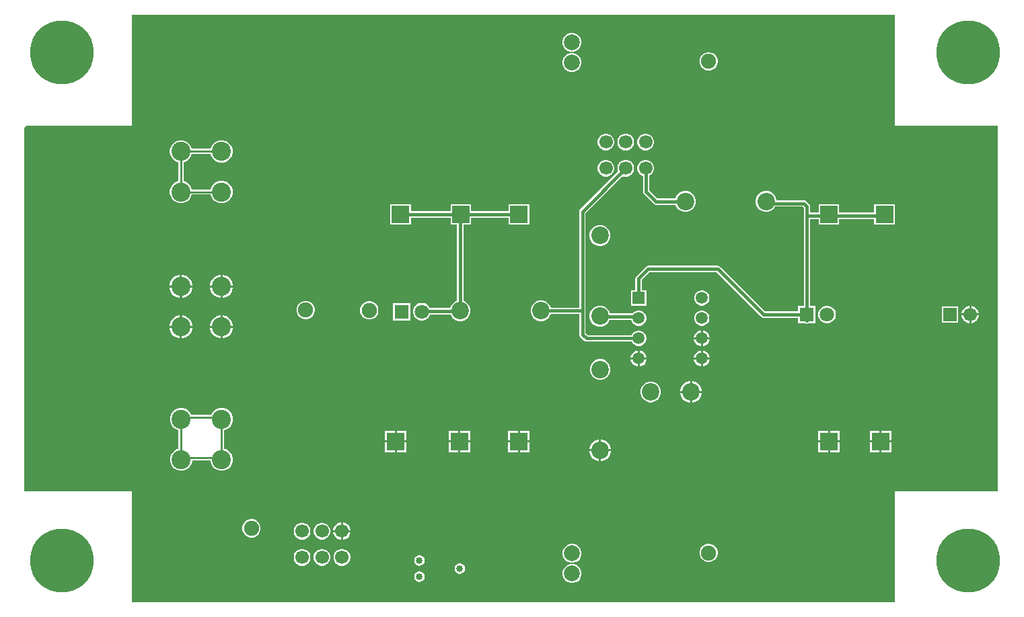
<source format=gbr>
G04*
G04 #@! TF.GenerationSoftware,Altium Limited,Altium Designer,24.1.2 (44)*
G04*
G04 Layer_Physical_Order=1*
G04 Layer_Color=13278208*
%FSLAX44Y44*%
%MOMM*%
G71*
G04*
G04 #@! TF.SameCoordinates,10F89063-6A89-4F28-B77B-1E7584C9D983*
G04*
G04*
G04 #@! TF.FilePolarity,Positive*
G04*
G01*
G75*
%ADD16C,0.2540*%
%ADD29C,0.8500*%
%ADD34C,0.4000*%
%ADD35C,1.9000*%
%ADD36C,2.0000*%
%ADD37C,1.8000*%
%ADD38R,1.8000X1.8000*%
%ADD39C,1.7000*%
%ADD40R,1.5000X1.5000*%
%ADD41C,1.5000*%
%ADD42C,2.4000*%
%ADD43C,8.0000*%
%ADD44R,1.7000X1.7000*%
%ADD45C,2.1996*%
%ADD46R,2.2000X2.2000*%
%ADD47R,2.2000X2.2000*%
%ADD48C,2.2000*%
%ADD49C,1.0000*%
G36*
X1127500Y627500D02*
X1257500D01*
Y167500D01*
X1127500D01*
Y27500D01*
X167500D01*
Y167500D01*
X32500D01*
Y625000D01*
X35000Y627500D01*
X167500D01*
Y767500D01*
X1127500D01*
Y627500D01*
D02*
G37*
%LPC*%
G36*
X722920Y744950D02*
X719760D01*
X716708Y744132D01*
X713972Y742552D01*
X711738Y740318D01*
X710158Y737582D01*
X709340Y734530D01*
Y731370D01*
X710158Y728318D01*
X711738Y725582D01*
X713972Y723348D01*
X716708Y721768D01*
X719760Y720950D01*
X722920D01*
X725972Y721768D01*
X728708Y723348D01*
X730943Y725582D01*
X732522Y728318D01*
X733340Y731370D01*
Y734530D01*
X732522Y737582D01*
X730943Y740318D01*
X728708Y742552D01*
X725972Y744132D01*
X722920Y744950D01*
D02*
G37*
G36*
X895014Y720500D02*
X891986D01*
X889061Y719716D01*
X886439Y718202D01*
X884298Y716061D01*
X882784Y713439D01*
X882000Y710514D01*
Y707486D01*
X882784Y704561D01*
X884298Y701939D01*
X886439Y699798D01*
X889061Y698284D01*
X891986Y697500D01*
X895014D01*
X897939Y698284D01*
X900561Y699798D01*
X902702Y701939D01*
X904216Y704561D01*
X905000Y707486D01*
Y710514D01*
X904216Y713439D01*
X902702Y716061D01*
X900561Y718202D01*
X897939Y719716D01*
X895014Y720500D01*
D02*
G37*
G36*
X722920Y719550D02*
X719760D01*
X716708Y718732D01*
X713972Y717152D01*
X711738Y714918D01*
X710158Y712182D01*
X709340Y709130D01*
Y705970D01*
X710158Y702918D01*
X711738Y700182D01*
X713972Y697948D01*
X716708Y696368D01*
X719760Y695550D01*
X722920D01*
X725972Y696368D01*
X728708Y697948D01*
X730943Y700182D01*
X732522Y702918D01*
X733340Y705970D01*
Y709130D01*
X732522Y712182D01*
X730943Y714918D01*
X728708Y717152D01*
X725972Y718732D01*
X722920Y719550D01*
D02*
G37*
G36*
X282343Y609500D02*
X278657D01*
X275096Y608546D01*
X271904Y606703D01*
X269297Y604096D01*
X267454Y600904D01*
X266900Y598834D01*
X243100D01*
X242546Y600904D01*
X240703Y604096D01*
X238096Y606703D01*
X234904Y608546D01*
X231343Y609500D01*
X227657D01*
X224096Y608546D01*
X220904Y606703D01*
X218297Y604096D01*
X216454Y600904D01*
X215500Y597343D01*
Y593657D01*
X216454Y590096D01*
X218297Y586904D01*
X220904Y584297D01*
X224096Y582454D01*
X226166Y581899D01*
Y558101D01*
X224096Y557546D01*
X220904Y555703D01*
X218297Y553096D01*
X216454Y549904D01*
X215500Y546343D01*
Y542657D01*
X216454Y539096D01*
X218297Y535904D01*
X220904Y533297D01*
X224096Y531454D01*
X227657Y530500D01*
X231343D01*
X234904Y531454D01*
X238096Y533297D01*
X240703Y535904D01*
X242546Y539096D01*
X243100Y541166D01*
X266900D01*
X267454Y539096D01*
X269297Y535904D01*
X271904Y533297D01*
X275096Y531454D01*
X278657Y530500D01*
X282343D01*
X285904Y531454D01*
X289096Y533297D01*
X291703Y535904D01*
X293546Y539096D01*
X294500Y542657D01*
Y546343D01*
X293546Y549904D01*
X291703Y553096D01*
X289096Y555703D01*
X285904Y557546D01*
X282343Y558500D01*
X278657D01*
X275096Y557546D01*
X271904Y555703D01*
X269297Y553096D01*
X267454Y549904D01*
X266900Y547834D01*
X243100D01*
X242546Y549904D01*
X240703Y553096D01*
X238096Y555703D01*
X234904Y557546D01*
X232834Y558101D01*
Y581899D01*
X234904Y582454D01*
X238096Y584297D01*
X240703Y586904D01*
X242546Y590096D01*
X243100Y592166D01*
X266900D01*
X267454Y590096D01*
X269297Y586904D01*
X271904Y584297D01*
X275096Y582454D01*
X278657Y581500D01*
X282343D01*
X285904Y582454D01*
X289096Y584297D01*
X291703Y586904D01*
X293546Y590096D01*
X294500Y593657D01*
Y597343D01*
X293546Y600904D01*
X291703Y604096D01*
X289096Y606703D01*
X285904Y608546D01*
X282343Y609500D01*
D02*
G37*
G36*
X815632Y617750D02*
X812868D01*
X810197Y617034D01*
X807803Y615652D01*
X805848Y613697D01*
X804466Y611303D01*
X803750Y608632D01*
Y605868D01*
X804466Y603197D01*
X805848Y600803D01*
X807803Y598848D01*
X810197Y597466D01*
X812868Y596750D01*
X815632D01*
X818303Y597466D01*
X820697Y598848D01*
X822652Y600803D01*
X824034Y603197D01*
X824750Y605868D01*
Y608632D01*
X824034Y611303D01*
X822652Y613697D01*
X820697Y615652D01*
X818303Y617034D01*
X815632Y617750D01*
D02*
G37*
G36*
X790632D02*
X787868D01*
X785197Y617034D01*
X782803Y615652D01*
X780848Y613697D01*
X779466Y611303D01*
X778750Y608632D01*
Y605868D01*
X779466Y603197D01*
X780848Y600803D01*
X782803Y598848D01*
X785197Y597466D01*
X787868Y596750D01*
X790632D01*
X793303Y597466D01*
X795697Y598848D01*
X797652Y600803D01*
X799034Y603197D01*
X799750Y605868D01*
Y608632D01*
X799034Y611303D01*
X797652Y613697D01*
X795697Y615652D01*
X793303Y617034D01*
X790632Y617750D01*
D02*
G37*
G36*
X765632D02*
X762868D01*
X760197Y617034D01*
X757803Y615652D01*
X755848Y613697D01*
X754466Y611303D01*
X753750Y608632D01*
Y605868D01*
X754466Y603197D01*
X755848Y600803D01*
X757803Y598848D01*
X760197Y597466D01*
X762868Y596750D01*
X765632D01*
X768303Y597466D01*
X770697Y598848D01*
X772652Y600803D01*
X774034Y603197D01*
X774750Y605868D01*
Y608632D01*
X774034Y611303D01*
X772652Y613697D01*
X770697Y615652D01*
X768303Y617034D01*
X765632Y617750D01*
D02*
G37*
G36*
X790632Y584750D02*
X787868D01*
X785197Y584034D01*
X782803Y582652D01*
X780848Y580697D01*
X779466Y578303D01*
X778750Y575632D01*
Y572868D01*
X779458Y570226D01*
X731866Y522634D01*
X730982Y521311D01*
X730931Y521052D01*
X730672Y519750D01*
X730672Y519750D01*
Y398828D01*
X694914D01*
X694662Y399767D01*
X692951Y402731D01*
X690531Y405151D01*
X687567Y406862D01*
X684261Y407748D01*
X680839D01*
X677533Y406862D01*
X674569Y405151D01*
X672149Y402731D01*
X670438Y399767D01*
X669552Y396461D01*
Y393039D01*
X670438Y389733D01*
X672149Y386769D01*
X674569Y384349D01*
X677533Y382638D01*
X680839Y381752D01*
X684261D01*
X687567Y382638D01*
X690531Y384349D01*
X692951Y386769D01*
X694662Y389733D01*
X694914Y390672D01*
X730672D01*
Y365000D01*
X730672Y365000D01*
X730931Y363698D01*
X730982Y363439D01*
X731866Y362116D01*
X736816Y357166D01*
X736816Y357166D01*
X738139Y356282D01*
X738398Y356231D01*
X739700Y355972D01*
X739700Y355972D01*
X796935D01*
X797948Y354217D01*
X799717Y352448D01*
X801883Y351197D01*
X804299Y350550D01*
X806801D01*
X809217Y351197D01*
X811383Y352448D01*
X813152Y354217D01*
X814403Y356383D01*
X815050Y358799D01*
Y361301D01*
X814403Y363717D01*
X813152Y365883D01*
X811383Y367652D01*
X809217Y368903D01*
X806801Y369550D01*
X804299D01*
X801883Y368903D01*
X799717Y367652D01*
X797948Y365883D01*
X796935Y364128D01*
X741389D01*
X738828Y366689D01*
Y394750D01*
Y518061D01*
X785226Y564458D01*
X787868Y563750D01*
X790632D01*
X793303Y564466D01*
X795697Y565848D01*
X797652Y567803D01*
X799034Y570197D01*
X799750Y572868D01*
Y575632D01*
X799034Y578303D01*
X797652Y580697D01*
X795697Y582652D01*
X793303Y584034D01*
X790632Y584750D01*
D02*
G37*
G36*
X765632D02*
X762868D01*
X760197Y584034D01*
X757803Y582652D01*
X755848Y580697D01*
X754466Y578303D01*
X753750Y575632D01*
Y572868D01*
X754466Y570197D01*
X755848Y567803D01*
X757803Y565848D01*
X760197Y564466D01*
X762868Y563750D01*
X765632D01*
X768303Y564466D01*
X770697Y565848D01*
X772652Y567803D01*
X774034Y570197D01*
X774750Y572868D01*
Y575632D01*
X774034Y578303D01*
X772652Y580697D01*
X770697Y582652D01*
X768303Y584034D01*
X765632Y584750D01*
D02*
G37*
G36*
X594750Y529250D02*
X568750D01*
Y520328D01*
X518745D01*
Y529249D01*
X492745D01*
Y503249D01*
X518745D01*
Y512171D01*
X568750D01*
Y503250D01*
X576872D01*
Y407114D01*
X575933Y406862D01*
X572969Y405151D01*
X570549Y402731D01*
X568838Y399767D01*
X568419Y398203D01*
X542581D01*
X541252Y400504D01*
X539204Y402552D01*
X536696Y404000D01*
X533898Y404750D01*
X531002D01*
X528204Y404000D01*
X525696Y402552D01*
X523648Y400504D01*
X522200Y397996D01*
X521450Y395198D01*
Y392302D01*
X522200Y389504D01*
X523648Y386996D01*
X525696Y384948D01*
X528204Y383500D01*
X531002Y382750D01*
X533898D01*
X536696Y383500D01*
X539204Y384948D01*
X541252Y386996D01*
X542700Y389504D01*
X542846Y390047D01*
X568754D01*
X568838Y389733D01*
X570549Y386769D01*
X572969Y384349D01*
X575933Y382638D01*
X579239Y381752D01*
X582661D01*
X585967Y382638D01*
X588931Y384349D01*
X591351Y386769D01*
X593062Y389733D01*
X593948Y393039D01*
Y396461D01*
X593062Y399767D01*
X591351Y402731D01*
X588931Y405151D01*
X585967Y406862D01*
X585028Y407114D01*
Y503250D01*
X594750D01*
Y512171D01*
X641745D01*
Y503249D01*
X667745D01*
Y529249D01*
X641745D01*
Y520328D01*
X594750D01*
Y529250D01*
D02*
G37*
G36*
X815632Y584750D02*
X812868D01*
X810197Y584034D01*
X807803Y582652D01*
X805848Y580697D01*
X804466Y578303D01*
X803750Y575632D01*
Y572868D01*
X804466Y570197D01*
X805848Y567803D01*
X807803Y565848D01*
X810197Y564466D01*
X810922Y564272D01*
Y545000D01*
X810922Y545000D01*
X811181Y543698D01*
X811232Y543439D01*
X812116Y542116D01*
X824616Y529616D01*
X824616Y529616D01*
X825939Y528732D01*
X826198Y528681D01*
X827500Y528422D01*
X827500Y528422D01*
X851836D01*
X852088Y527483D01*
X853799Y524519D01*
X856219Y522099D01*
X859183Y520388D01*
X862489Y519502D01*
X865911D01*
X869217Y520388D01*
X872181Y522099D01*
X874601Y524519D01*
X876312Y527483D01*
X877198Y530789D01*
Y534211D01*
X876312Y537517D01*
X874601Y540481D01*
X872181Y542901D01*
X869217Y544612D01*
X865911Y545498D01*
X862489D01*
X859183Y544612D01*
X856219Y542901D01*
X853799Y540481D01*
X852088Y537517D01*
X851836Y536578D01*
X829189D01*
X819078Y546689D01*
Y564913D01*
X820697Y565848D01*
X822652Y567803D01*
X824034Y570197D01*
X824750Y572868D01*
Y575632D01*
X824034Y578303D01*
X822652Y580697D01*
X820697Y582652D01*
X818303Y584034D01*
X815632Y584750D01*
D02*
G37*
G36*
X967511Y545498D02*
X964089D01*
X960783Y544612D01*
X957819Y542901D01*
X955399Y540481D01*
X953688Y537517D01*
X952802Y534211D01*
Y530789D01*
X953688Y527483D01*
X955399Y524519D01*
X957819Y522099D01*
X960783Y520388D01*
X964089Y519502D01*
X967511D01*
X970817Y520388D01*
X973781Y522099D01*
X976201Y524519D01*
X977011Y525922D01*
X1011811D01*
X1013222Y524511D01*
Y514500D01*
Y401000D01*
X1006300D01*
Y394078D01*
X964189D01*
X907884Y450384D01*
X906561Y451268D01*
X906302Y451319D01*
X905000Y451578D01*
X905000Y451578D01*
X817500D01*
X815939Y451268D01*
X814616Y450384D01*
X814616Y450384D01*
X802666Y438434D01*
X801782Y437111D01*
X801731Y436852D01*
X801472Y435550D01*
X801472Y435550D01*
Y420350D01*
X796050D01*
Y401350D01*
X815050D01*
Y420350D01*
X809628D01*
Y433861D01*
X819189Y443422D01*
X903311D01*
X959616Y387116D01*
X960939Y386232D01*
X961198Y386181D01*
X962500Y385922D01*
X962500Y385922D01*
X1006300D01*
Y379000D01*
X1015338D01*
X1015739Y378732D01*
X1017300Y378422D01*
X1018861Y378732D01*
X1019262Y379000D01*
X1028300D01*
Y401000D01*
X1021378D01*
Y510422D01*
X1032000D01*
Y503250D01*
X1058000D01*
Y510422D01*
X1102000D01*
Y503250D01*
X1128000D01*
Y529250D01*
X1102000D01*
Y518578D01*
X1058000D01*
Y529250D01*
X1032000D01*
Y518578D01*
X1021378D01*
Y526200D01*
X1021068Y527761D01*
X1020184Y529084D01*
X1020184Y529084D01*
X1016384Y532884D01*
X1015061Y533768D01*
X1014802Y533819D01*
X1013500Y534078D01*
X1013500Y534078D01*
X978798D01*
Y534211D01*
X977912Y537517D01*
X976201Y540481D01*
X973781Y542901D01*
X970817Y544612D01*
X967511Y545498D01*
D02*
G37*
G36*
X758461Y502548D02*
X755039D01*
X751733Y501662D01*
X748769Y499951D01*
X746349Y497531D01*
X744638Y494567D01*
X743752Y491261D01*
Y487839D01*
X744638Y484533D01*
X746349Y481569D01*
X748769Y479149D01*
X751733Y477438D01*
X755039Y476552D01*
X758461D01*
X761767Y477438D01*
X764731Y479149D01*
X767151Y481569D01*
X768862Y484533D01*
X769748Y487839D01*
Y491261D01*
X768862Y494567D01*
X767151Y497531D01*
X764731Y499951D01*
X761767Y501662D01*
X758461Y502548D01*
D02*
G37*
G36*
X282414Y440040D02*
X281770D01*
Y426770D01*
X295040D01*
Y427414D01*
X294049Y431112D01*
X292135Y434428D01*
X289428Y437135D01*
X286112Y439049D01*
X282414Y440040D01*
D02*
G37*
G36*
X231414D02*
X230770D01*
Y426770D01*
X244040D01*
Y427414D01*
X243049Y431112D01*
X241135Y434428D01*
X238428Y437135D01*
X235112Y439049D01*
X231414Y440040D01*
D02*
G37*
G36*
X228230D02*
X227586D01*
X223888Y439049D01*
X220572Y437135D01*
X217865Y434428D01*
X215951Y431112D01*
X214960Y427414D01*
Y426770D01*
X228230D01*
Y440040D01*
D02*
G37*
G36*
X279230D02*
X278586D01*
X274888Y439049D01*
X271572Y437135D01*
X268865Y434428D01*
X266951Y431112D01*
X265960Y427414D01*
Y426770D01*
X279230D01*
Y440040D01*
D02*
G37*
G36*
X295040Y424230D02*
X281770D01*
Y410960D01*
X282414D01*
X286112Y411951D01*
X289428Y413865D01*
X292135Y416572D01*
X294049Y419888D01*
X295040Y423586D01*
Y424230D01*
D02*
G37*
G36*
X279230D02*
X265960D01*
Y423586D01*
X266951Y419888D01*
X268865Y416572D01*
X271572Y413865D01*
X274888Y411951D01*
X278586Y410960D01*
X279230D01*
Y424230D01*
D02*
G37*
G36*
X244040D02*
X230770D01*
Y410960D01*
X231414D01*
X235112Y411951D01*
X238428Y413865D01*
X241135Y416572D01*
X243049Y419888D01*
X244040Y423586D01*
Y424230D01*
D02*
G37*
G36*
X228230D02*
X214960D01*
Y423586D01*
X215951Y419888D01*
X217865Y416572D01*
X220572Y413865D01*
X223888Y411951D01*
X227586Y410960D01*
X228230D01*
Y424230D01*
D02*
G37*
G36*
X886201Y420350D02*
X883699D01*
X881283Y419703D01*
X879117Y418452D01*
X877348Y416683D01*
X876097Y414517D01*
X875450Y412101D01*
Y409599D01*
X876097Y407183D01*
X877348Y405017D01*
X879117Y403248D01*
X881283Y401997D01*
X883699Y401350D01*
X886201D01*
X888617Y401997D01*
X890783Y403248D01*
X892552Y405017D01*
X893803Y407183D01*
X894450Y409599D01*
Y412101D01*
X893803Y414517D01*
X892552Y416683D01*
X890783Y418452D01*
X888617Y419703D01*
X886201Y420350D01*
D02*
G37*
G36*
X1224153Y401040D02*
X1223970D01*
Y391270D01*
X1233740D01*
Y391453D01*
X1232988Y394261D01*
X1231534Y396779D01*
X1229479Y398834D01*
X1226961Y400288D01*
X1224153Y401040D01*
D02*
G37*
G36*
X1221430D02*
X1221247D01*
X1218439Y400288D01*
X1215921Y398834D01*
X1213866Y396779D01*
X1212412Y394261D01*
X1211660Y391453D01*
Y391270D01*
X1221430D01*
Y401040D01*
D02*
G37*
G36*
X388014Y407250D02*
X384986D01*
X382061Y406466D01*
X379439Y404952D01*
X377298Y402811D01*
X375784Y400189D01*
X375000Y397264D01*
Y394236D01*
X375784Y391311D01*
X377298Y388689D01*
X379439Y386548D01*
X382061Y385034D01*
X384986Y384250D01*
X388014D01*
X390939Y385034D01*
X393561Y386548D01*
X395702Y388689D01*
X397216Y391311D01*
X398000Y394236D01*
Y397264D01*
X397216Y400189D01*
X395702Y402811D01*
X393561Y404952D01*
X390939Y406466D01*
X388014Y407250D01*
D02*
G37*
G36*
X468014Y406750D02*
X464986D01*
X462061Y405966D01*
X459439Y404452D01*
X457298Y402311D01*
X455784Y399689D01*
X455000Y396764D01*
Y393736D01*
X455784Y390811D01*
X457298Y388189D01*
X459439Y386048D01*
X462061Y384534D01*
X464986Y383750D01*
X468014D01*
X470939Y384534D01*
X473561Y386048D01*
X475702Y388189D01*
X477216Y390811D01*
X478000Y393736D01*
Y396764D01*
X477216Y399689D01*
X475702Y402311D01*
X473561Y404452D01*
X470939Y405966D01*
X468014Y406750D01*
D02*
G37*
G36*
X518050Y404750D02*
X496050D01*
Y382750D01*
X518050D01*
Y404750D01*
D02*
G37*
G36*
X1207800Y400500D02*
X1186800D01*
Y379500D01*
X1207800D01*
Y400500D01*
D02*
G37*
G36*
X1044148Y401000D02*
X1041252D01*
X1038454Y400250D01*
X1035946Y398802D01*
X1033898Y396754D01*
X1032450Y394246D01*
X1031700Y391448D01*
Y388552D01*
X1032450Y385754D01*
X1033898Y383246D01*
X1035946Y381198D01*
X1038454Y379750D01*
X1041252Y379000D01*
X1044148D01*
X1046946Y379750D01*
X1049454Y381198D01*
X1051502Y383246D01*
X1052950Y385754D01*
X1053700Y388552D01*
Y391448D01*
X1052950Y394246D01*
X1051502Y396754D01*
X1049454Y398802D01*
X1046946Y400250D01*
X1044148Y401000D01*
D02*
G37*
G36*
X1233740Y388730D02*
X1223970D01*
Y378960D01*
X1224153D01*
X1226961Y379712D01*
X1229479Y381166D01*
X1231534Y383221D01*
X1232988Y385739D01*
X1233740Y388547D01*
Y388730D01*
D02*
G37*
G36*
X1221430D02*
X1211660D01*
Y388547D01*
X1212412Y385739D01*
X1213866Y383221D01*
X1215921Y381166D01*
X1218439Y379712D01*
X1221247Y378960D01*
X1221430D01*
Y388730D01*
D02*
G37*
G36*
X886201Y394950D02*
X883699D01*
X881283Y394303D01*
X879117Y393052D01*
X877348Y391283D01*
X876097Y389117D01*
X875450Y386701D01*
Y384199D01*
X876097Y381783D01*
X877348Y379617D01*
X879117Y377848D01*
X881283Y376597D01*
X883699Y375950D01*
X886201D01*
X888617Y376597D01*
X890783Y377848D01*
X892552Y379617D01*
X893803Y381783D01*
X894450Y384199D01*
Y386701D01*
X893803Y389117D01*
X892552Y391283D01*
X890783Y393052D01*
X888617Y394303D01*
X886201Y394950D01*
D02*
G37*
G36*
X758461Y400948D02*
X755039D01*
X751733Y400062D01*
X748769Y398351D01*
X746349Y395931D01*
X744638Y392967D01*
X743752Y389661D01*
Y386239D01*
X744638Y382933D01*
X746349Y379969D01*
X748769Y377549D01*
X751733Y375838D01*
X755039Y374952D01*
X758461D01*
X761767Y375838D01*
X764731Y377549D01*
X767151Y379969D01*
X768862Y382933D01*
X768993Y383422D01*
X796258D01*
X796697Y381783D01*
X797948Y379617D01*
X799717Y377848D01*
X801883Y376597D01*
X804299Y375950D01*
X806801D01*
X809217Y376597D01*
X811383Y377848D01*
X813152Y379617D01*
X814403Y381783D01*
X815050Y384199D01*
Y386701D01*
X814403Y389117D01*
X813152Y391283D01*
X811383Y393052D01*
X809217Y394303D01*
X806801Y394950D01*
X804299D01*
X801883Y394303D01*
X799717Y393052D01*
X798243Y391578D01*
X769234D01*
X768862Y392967D01*
X767151Y395931D01*
X764731Y398351D01*
X761767Y400062D01*
X758461Y400948D01*
D02*
G37*
G36*
X282414Y389040D02*
X281770D01*
Y375770D01*
X295040D01*
Y376414D01*
X294049Y380112D01*
X292135Y383428D01*
X289428Y386135D01*
X286112Y388049D01*
X282414Y389040D01*
D02*
G37*
G36*
X231414D02*
X230770D01*
Y375770D01*
X244040D01*
Y376414D01*
X243049Y380112D01*
X241135Y383428D01*
X238428Y386135D01*
X235112Y388049D01*
X231414Y389040D01*
D02*
G37*
G36*
X228230D02*
X227586D01*
X223888Y388049D01*
X220572Y386135D01*
X217865Y383428D01*
X215951Y380112D01*
X214960Y376414D01*
Y375770D01*
X228230D01*
Y389040D01*
D02*
G37*
G36*
X279230D02*
X278586D01*
X274888Y388049D01*
X271572Y386135D01*
X268865Y383428D01*
X266951Y380112D01*
X265960Y376414D01*
Y375770D01*
X279230D01*
Y389040D01*
D02*
G37*
G36*
X886272Y370090D02*
X886220D01*
Y361320D01*
X894990D01*
Y361372D01*
X894306Y363925D01*
X892984Y366215D01*
X891115Y368084D01*
X888825Y369406D01*
X886272Y370090D01*
D02*
G37*
G36*
X883680D02*
X883628D01*
X881075Y369406D01*
X878785Y368084D01*
X876916Y366215D01*
X875594Y363925D01*
X874910Y361372D01*
Y361320D01*
X883680D01*
Y370090D01*
D02*
G37*
G36*
X295040Y373230D02*
X281770D01*
Y359960D01*
X282414D01*
X286112Y360951D01*
X289428Y362865D01*
X292135Y365572D01*
X294049Y368888D01*
X295040Y372586D01*
Y373230D01*
D02*
G37*
G36*
X279230D02*
X265960D01*
Y372586D01*
X266951Y368888D01*
X268865Y365572D01*
X271572Y362865D01*
X274888Y360951D01*
X278586Y359960D01*
X279230D01*
Y373230D01*
D02*
G37*
G36*
X244040D02*
X230770D01*
Y359960D01*
X231414D01*
X235112Y360951D01*
X238428Y362865D01*
X241135Y365572D01*
X243049Y368888D01*
X244040Y372586D01*
Y373230D01*
D02*
G37*
G36*
X228230D02*
X214960D01*
Y372586D01*
X215951Y368888D01*
X217865Y365572D01*
X220572Y362865D01*
X223888Y360951D01*
X227586Y359960D01*
X228230D01*
Y373230D01*
D02*
G37*
G36*
X894990Y358780D02*
X886220D01*
Y350010D01*
X886272D01*
X888825Y350694D01*
X891115Y352016D01*
X892984Y353885D01*
X894306Y356175D01*
X894990Y358728D01*
Y358780D01*
D02*
G37*
G36*
X883680D02*
X874910D01*
Y358728D01*
X875594Y356175D01*
X876916Y353885D01*
X878785Y352016D01*
X881075Y350694D01*
X883628Y350010D01*
X883680D01*
Y358780D01*
D02*
G37*
G36*
X886272Y344690D02*
X886220D01*
Y335920D01*
X894990D01*
Y335972D01*
X894306Y338525D01*
X892984Y340815D01*
X891115Y342684D01*
X888825Y344006D01*
X886272Y344690D01*
D02*
G37*
G36*
X883680D02*
X883628D01*
X881075Y344006D01*
X878785Y342684D01*
X876916Y340815D01*
X875594Y338525D01*
X874910Y335972D01*
Y335920D01*
X883680D01*
Y344690D01*
D02*
G37*
G36*
X806872D02*
X806820D01*
Y335920D01*
X815590D01*
Y335972D01*
X814906Y338525D01*
X813584Y340815D01*
X811715Y342684D01*
X809425Y344006D01*
X806872Y344690D01*
D02*
G37*
G36*
X804280D02*
X804228D01*
X801675Y344006D01*
X799385Y342684D01*
X797516Y340815D01*
X796194Y338525D01*
X795510Y335972D01*
Y335920D01*
X804280D01*
Y344690D01*
D02*
G37*
G36*
X894990Y333380D02*
X886220D01*
Y324610D01*
X886272D01*
X888825Y325294D01*
X891115Y326616D01*
X892984Y328485D01*
X894306Y330775D01*
X894990Y333328D01*
Y333380D01*
D02*
G37*
G36*
X883680D02*
X874910D01*
Y333328D01*
X875594Y330775D01*
X876916Y328485D01*
X878785Y326616D01*
X881075Y325294D01*
X883628Y324610D01*
X883680D01*
Y333380D01*
D02*
G37*
G36*
X815590D02*
X806820D01*
Y324610D01*
X806872D01*
X809425Y325294D01*
X811715Y326616D01*
X813584Y328485D01*
X814906Y330775D01*
X815590Y333328D01*
Y333380D01*
D02*
G37*
G36*
X804280D02*
X795510D01*
Y333328D01*
X796194Y330775D01*
X797516Y328485D01*
X799385Y326616D01*
X801675Y325294D01*
X804228Y324610D01*
X804280D01*
Y333380D01*
D02*
G37*
G36*
X758711Y333798D02*
X755289D01*
X751983Y332912D01*
X749019Y331201D01*
X746599Y328781D01*
X744888Y325817D01*
X744002Y322511D01*
Y319089D01*
X744888Y315783D01*
X746599Y312819D01*
X749019Y310399D01*
X751983Y308688D01*
X755289Y307802D01*
X758711D01*
X762017Y308688D01*
X764981Y310399D01*
X767401Y312819D01*
X769112Y315783D01*
X769998Y319089D01*
Y322511D01*
X769112Y325817D01*
X767401Y328781D01*
X764981Y331201D01*
X762017Y332912D01*
X758711Y333798D01*
D02*
G37*
G36*
X873183Y306040D02*
X872670D01*
Y293770D01*
X884940D01*
Y294283D01*
X884017Y297726D01*
X882235Y300814D01*
X879714Y303335D01*
X876626Y305117D01*
X873183Y306040D01*
D02*
G37*
G36*
X870130D02*
X869617D01*
X866174Y305117D01*
X863086Y303335D01*
X860565Y300814D01*
X858783Y297726D01*
X857860Y294283D01*
Y293770D01*
X870130D01*
Y306040D01*
D02*
G37*
G36*
X822311Y305500D02*
X818888D01*
X815582Y304614D01*
X812618Y302903D01*
X810197Y300482D01*
X808486Y297518D01*
X807600Y294212D01*
Y290788D01*
X808486Y287482D01*
X810197Y284518D01*
X812618Y282097D01*
X815582Y280386D01*
X818888Y279500D01*
X822311D01*
X825618Y280386D01*
X828582Y282097D01*
X831003Y284518D01*
X832714Y287482D01*
X833600Y290788D01*
Y294212D01*
X832714Y297518D01*
X831003Y300482D01*
X828582Y302903D01*
X825618Y304614D01*
X822311Y305500D01*
D02*
G37*
G36*
X884940Y291230D02*
X872670D01*
Y278960D01*
X873183D01*
X876626Y279883D01*
X879714Y281665D01*
X882235Y284186D01*
X884017Y287274D01*
X884940Y290717D01*
Y291230D01*
D02*
G37*
G36*
X870130D02*
X857860D01*
Y290717D01*
X858783Y287274D01*
X860565Y284186D01*
X863086Y281665D01*
X866174Y279883D01*
X869617Y278960D01*
X870130D01*
Y291230D01*
D02*
G37*
G36*
X282593Y272250D02*
X278907D01*
X275346Y271296D01*
X272154Y269453D01*
X269547Y266846D01*
X267952Y264084D01*
X242547D01*
X240953Y266846D01*
X238346Y269453D01*
X235154Y271296D01*
X231593Y272250D01*
X227907D01*
X224346Y271296D01*
X221154Y269453D01*
X218547Y266846D01*
X216704Y263654D01*
X215750Y260093D01*
Y256407D01*
X216704Y252846D01*
X218547Y249654D01*
X221154Y247047D01*
X224346Y245204D01*
X226416Y244650D01*
Y220851D01*
X224346Y220296D01*
X221154Y218453D01*
X218547Y215846D01*
X216704Y212654D01*
X215750Y209093D01*
Y205407D01*
X216704Y201846D01*
X218547Y198654D01*
X221154Y196047D01*
X224346Y194204D01*
X227907Y193250D01*
X231593D01*
X235154Y194204D01*
X238346Y196047D01*
X240953Y198654D01*
X242796Y201846D01*
X243750Y205407D01*
Y206416D01*
X266750D01*
Y205407D01*
X267704Y201846D01*
X269547Y198654D01*
X272154Y196047D01*
X275346Y194204D01*
X278907Y193250D01*
X282593D01*
X286154Y194204D01*
X289346Y196047D01*
X291953Y198654D01*
X293796Y201846D01*
X294750Y205407D01*
Y209093D01*
X293796Y212654D01*
X291953Y215846D01*
X289346Y218453D01*
X286154Y220296D01*
X284084Y220851D01*
Y244650D01*
X286154Y245204D01*
X289346Y247047D01*
X291953Y249654D01*
X293796Y252846D01*
X294750Y256407D01*
Y260093D01*
X293796Y263654D01*
X291953Y266846D01*
X289346Y269453D01*
X286154Y271296D01*
X282593Y272250D01*
D02*
G37*
G36*
X1058540Y243540D02*
X1046270D01*
Y231270D01*
X1058540D01*
Y243540D01*
D02*
G37*
G36*
X1043730D02*
X1031460D01*
Y231270D01*
X1043730D01*
Y243540D01*
D02*
G37*
G36*
X668540D02*
X656270D01*
Y231270D01*
X668540D01*
Y243540D01*
D02*
G37*
G36*
X653730D02*
X641460D01*
Y231270D01*
X653730D01*
Y243540D01*
D02*
G37*
G36*
X593540D02*
X581270D01*
Y231270D01*
X593540D01*
Y243540D01*
D02*
G37*
G36*
X578730D02*
X566460D01*
Y231270D01*
X578730D01*
Y243540D01*
D02*
G37*
G36*
X513540D02*
X501270D01*
Y231270D01*
X513540D01*
Y243540D01*
D02*
G37*
G36*
X498730D02*
X486460D01*
Y231270D01*
X498730D01*
Y243540D01*
D02*
G37*
G36*
X1123540D02*
X1111270D01*
Y231270D01*
X1123540D01*
Y243540D01*
D02*
G37*
G36*
X1108730D02*
X1096460D01*
Y231270D01*
X1108730D01*
Y243540D01*
D02*
G37*
G36*
X758782Y232738D02*
X758270D01*
Y220470D01*
X770538D01*
Y220982D01*
X769616Y224426D01*
X767833Y227513D01*
X765313Y230033D01*
X762226Y231816D01*
X758782Y232738D01*
D02*
G37*
G36*
X755730D02*
X755218D01*
X751775Y231816D01*
X748687Y230033D01*
X746167Y227513D01*
X744384Y224426D01*
X743462Y220982D01*
Y220470D01*
X755730D01*
Y232738D01*
D02*
G37*
G36*
X1123540Y228730D02*
X1111270D01*
Y216460D01*
X1123540D01*
Y228730D01*
D02*
G37*
G36*
X1108730D02*
X1096460D01*
Y216460D01*
X1108730D01*
Y228730D01*
D02*
G37*
G36*
X1058540Y228730D02*
X1046270D01*
Y216460D01*
X1058540D01*
Y228730D01*
D02*
G37*
G36*
X1043730D02*
X1031460D01*
Y216460D01*
X1043730D01*
Y228730D01*
D02*
G37*
G36*
X668540D02*
X656270D01*
Y216460D01*
X668540D01*
Y228730D01*
D02*
G37*
G36*
X653730D02*
X641460D01*
Y216460D01*
X653730D01*
Y228730D01*
D02*
G37*
G36*
X593540D02*
X581270D01*
Y216460D01*
X593540D01*
Y228730D01*
D02*
G37*
G36*
X578730D02*
X566460D01*
Y216460D01*
X578730D01*
Y228730D01*
D02*
G37*
G36*
X513540D02*
X501270D01*
Y216460D01*
X513540D01*
Y228730D01*
D02*
G37*
G36*
X498730D02*
X486460D01*
Y216460D01*
X498730D01*
Y228730D01*
D02*
G37*
G36*
X770538Y217930D02*
X758270D01*
Y205662D01*
X758782D01*
X762226Y206584D01*
X765313Y208367D01*
X767833Y210887D01*
X769616Y213974D01*
X770538Y217418D01*
Y217930D01*
D02*
G37*
G36*
X755730D02*
X743462D01*
Y217418D01*
X744384Y213974D01*
X746167Y210887D01*
X748687Y208367D01*
X751775Y206584D01*
X755218Y205662D01*
X755730D01*
Y217930D01*
D02*
G37*
G36*
X433453Y128290D02*
X433270D01*
Y118520D01*
X443040D01*
Y118703D01*
X442288Y121511D01*
X440834Y124029D01*
X438779Y126084D01*
X436261Y127538D01*
X433453Y128290D01*
D02*
G37*
G36*
X430730D02*
X430547D01*
X427739Y127538D01*
X425221Y126084D01*
X423166Y124029D01*
X421712Y121511D01*
X420960Y118703D01*
Y118520D01*
X430730D01*
Y128290D01*
D02*
G37*
G36*
X319764Y132250D02*
X316736D01*
X313811Y131466D01*
X311189Y129952D01*
X309048Y127811D01*
X307534Y125189D01*
X306750Y122264D01*
Y119236D01*
X307534Y116311D01*
X309048Y113689D01*
X311189Y111548D01*
X313811Y110034D01*
X316736Y109250D01*
X319764D01*
X322689Y110034D01*
X325311Y111548D01*
X327452Y113689D01*
X328966Y116311D01*
X329750Y119236D01*
Y122264D01*
X328966Y125189D01*
X327452Y127811D01*
X325311Y129952D01*
X322689Y131466D01*
X319764Y132250D01*
D02*
G37*
G36*
X408382Y127750D02*
X405618D01*
X402947Y127034D01*
X400553Y125652D01*
X398598Y123697D01*
X397216Y121303D01*
X396500Y118632D01*
Y115868D01*
X397216Y113197D01*
X398598Y110803D01*
X400553Y108848D01*
X402947Y107466D01*
X405618Y106750D01*
X408382D01*
X411053Y107466D01*
X413447Y108848D01*
X415402Y110803D01*
X416784Y113197D01*
X417500Y115868D01*
Y118632D01*
X416784Y121303D01*
X415402Y123697D01*
X413447Y125652D01*
X411053Y127034D01*
X408382Y127750D01*
D02*
G37*
G36*
X383382D02*
X380618D01*
X377947Y127034D01*
X375553Y125652D01*
X373598Y123697D01*
X372216Y121303D01*
X371500Y118632D01*
Y115868D01*
X372216Y113197D01*
X373598Y110803D01*
X375553Y108848D01*
X377947Y107466D01*
X380618Y106750D01*
X383382D01*
X386053Y107466D01*
X388447Y108848D01*
X390402Y110803D01*
X391784Y113197D01*
X392500Y115868D01*
Y118632D01*
X391784Y121303D01*
X390402Y123697D01*
X388447Y125652D01*
X386053Y127034D01*
X383382Y127750D01*
D02*
G37*
G36*
X443040Y115980D02*
X433270D01*
Y106210D01*
X433453D01*
X436261Y106962D01*
X438779Y108416D01*
X440834Y110471D01*
X442288Y112989D01*
X443040Y115796D01*
Y115980D01*
D02*
G37*
G36*
X430730D02*
X420960D01*
Y115796D01*
X421712Y112989D01*
X423166Y110471D01*
X425221Y108416D01*
X427739Y106962D01*
X430547Y106210D01*
X430730D01*
Y115980D01*
D02*
G37*
G36*
X895014Y101250D02*
X891986D01*
X889061Y100466D01*
X886439Y98952D01*
X884298Y96811D01*
X882784Y94189D01*
X882000Y91264D01*
Y88236D01*
X882784Y85311D01*
X884298Y82689D01*
X886439Y80548D01*
X889061Y79034D01*
X891986Y78250D01*
X895014D01*
X897939Y79034D01*
X900561Y80548D01*
X902702Y82689D01*
X904216Y85311D01*
X905000Y88236D01*
Y91264D01*
X904216Y94189D01*
X902702Y96811D01*
X900561Y98952D01*
X897939Y100466D01*
X895014Y101250D01*
D02*
G37*
G36*
X723240Y101200D02*
X720080D01*
X717028Y100382D01*
X714292Y98802D01*
X712057Y96568D01*
X710478Y93832D01*
X709660Y90780D01*
Y87620D01*
X710478Y84568D01*
X712057Y81832D01*
X714292Y79598D01*
X717028Y78018D01*
X720080Y77200D01*
X723240D01*
X726292Y78018D01*
X729028Y79598D01*
X731262Y81832D01*
X732842Y84568D01*
X733660Y87620D01*
Y90780D01*
X732842Y93832D01*
X731262Y96568D01*
X729028Y98802D01*
X726292Y100382D01*
X723240Y101200D01*
D02*
G37*
G36*
X433382Y94750D02*
X430618D01*
X427947Y94034D01*
X425553Y92652D01*
X423598Y90697D01*
X422216Y88303D01*
X421500Y85632D01*
Y82868D01*
X422216Y80197D01*
X423598Y77803D01*
X425553Y75848D01*
X427947Y74466D01*
X430618Y73750D01*
X433382D01*
X436053Y74466D01*
X438447Y75848D01*
X440402Y77803D01*
X441784Y80197D01*
X442500Y82868D01*
Y85632D01*
X441784Y88303D01*
X440402Y90697D01*
X438447Y92652D01*
X436053Y94034D01*
X433382Y94750D01*
D02*
G37*
G36*
X408382D02*
X405618D01*
X402947Y94034D01*
X400553Y92652D01*
X398598Y90697D01*
X397216Y88303D01*
X396500Y85632D01*
Y82868D01*
X397216Y80197D01*
X398598Y77803D01*
X400553Y75848D01*
X402947Y74466D01*
X405618Y73750D01*
X408382D01*
X411053Y74466D01*
X413447Y75848D01*
X415402Y77803D01*
X416784Y80197D01*
X417500Y82868D01*
Y85632D01*
X416784Y88303D01*
X415402Y90697D01*
X413447Y92652D01*
X411053Y94034D01*
X408382Y94750D01*
D02*
G37*
G36*
X383382D02*
X380618D01*
X377947Y94034D01*
X375553Y92652D01*
X373598Y90697D01*
X372216Y88303D01*
X371500Y85632D01*
Y82868D01*
X372216Y80197D01*
X373598Y77803D01*
X375553Y75848D01*
X377947Y74466D01*
X380618Y73750D01*
X383382D01*
X386053Y74466D01*
X388447Y75848D01*
X390402Y77803D01*
X391784Y80197D01*
X392500Y82868D01*
Y85632D01*
X391784Y88303D01*
X390402Y90697D01*
X388447Y92652D01*
X386053Y94034D01*
X383382Y94750D01*
D02*
G37*
G36*
X530456Y86660D02*
X528744D01*
X527091Y86217D01*
X525609Y85361D01*
X524399Y84151D01*
X523543Y82669D01*
X523100Y81016D01*
Y79304D01*
X523543Y77651D01*
X524399Y76169D01*
X525609Y74959D01*
X527091Y74103D01*
X528744Y73660D01*
X530456D01*
X532109Y74103D01*
X533591Y74959D01*
X534801Y76169D01*
X535657Y77651D01*
X536100Y79304D01*
Y81016D01*
X535657Y82669D01*
X534801Y84151D01*
X533591Y85361D01*
X532109Y86217D01*
X530456Y86660D01*
D02*
G37*
G36*
X581256Y76500D02*
X579544D01*
X577891Y76057D01*
X576409Y75201D01*
X575199Y73991D01*
X574343Y72509D01*
X573900Y70856D01*
Y69144D01*
X574343Y67491D01*
X575199Y66009D01*
X576409Y64799D01*
X577891Y63943D01*
X579544Y63500D01*
X581256D01*
X582909Y63943D01*
X584391Y64799D01*
X585601Y66009D01*
X586457Y67491D01*
X586900Y69144D01*
Y70856D01*
X586457Y72509D01*
X585601Y73991D01*
X584391Y75201D01*
X582909Y76057D01*
X581256Y76500D01*
D02*
G37*
G36*
X530456Y66340D02*
X528744D01*
X527091Y65897D01*
X525609Y65041D01*
X524399Y63831D01*
X523543Y62349D01*
X523100Y60696D01*
Y58984D01*
X523543Y57331D01*
X524399Y55849D01*
X525609Y54639D01*
X527091Y53783D01*
X528744Y53340D01*
X530456D01*
X532109Y53783D01*
X533591Y54639D01*
X534801Y55849D01*
X535657Y57331D01*
X536100Y58984D01*
Y60696D01*
X535657Y62349D01*
X534801Y63831D01*
X533591Y65041D01*
X532109Y65897D01*
X530456Y66340D01*
D02*
G37*
G36*
X723240Y75800D02*
X720080D01*
X717028Y74982D01*
X714292Y73402D01*
X712057Y71168D01*
X710478Y68432D01*
X709660Y65380D01*
Y62220D01*
X710478Y59168D01*
X712057Y56432D01*
X714292Y54198D01*
X717028Y52618D01*
X720080Y51800D01*
X723240D01*
X726292Y52618D01*
X729028Y54198D01*
X731262Y56432D01*
X732842Y59168D01*
X733660Y62220D01*
Y65380D01*
X732842Y68432D01*
X731262Y71168D01*
X729028Y73402D01*
X726292Y74982D01*
X723240Y75800D01*
D02*
G37*
%LPD*%
D16*
X229750Y260750D02*
X280750D01*
X229750Y209750D02*
X280750D01*
X229500Y595500D02*
X280500D01*
X229500Y544500D02*
X280500D01*
X281778Y543222D01*
X229500Y544500D02*
Y595500D01*
X280750Y258250D02*
Y260750D01*
Y209750D02*
Y258250D01*
X229750D02*
Y260750D01*
Y209750D02*
Y258250D01*
X229500Y377000D02*
X232000Y374500D01*
Y425500D02*
X278000D01*
X229500Y377000D02*
Y428000D01*
X232000Y425500D01*
X278000D02*
X280500Y428000D01*
X232000Y374500D02*
X278000D01*
X280500Y377000D01*
D29*
X529600Y59840D02*
D03*
Y80160D02*
D03*
X580400Y70000D02*
D03*
D34*
X734750Y365000D02*
Y394750D01*
X739700Y360050D02*
X805550D01*
X734750Y365000D02*
X739700Y360050D01*
X682550Y394750D02*
X734750D01*
Y519750D01*
X789250Y574250D01*
X580950Y515450D02*
X581750Y516250D01*
X580950Y394750D02*
Y515450D01*
X532825Y394125D02*
X580325D01*
X580950Y394750D01*
X532450Y393750D02*
X532825Y394125D01*
X580748Y515248D02*
X581750Y516250D01*
X757200Y387500D02*
X803500D01*
X756750Y387950D02*
X757200Y387500D01*
X803500D02*
X805550Y385450D01*
X815000Y545000D02*
Y573500D01*
X814250Y574250D02*
X815000Y573500D01*
X827500Y532500D02*
X864200D01*
X815000Y545000D02*
X827500Y532500D01*
X805550Y410850D02*
Y435550D01*
X817500Y447500D01*
X905000D01*
X962500Y390000D01*
X1016969D01*
X805550Y410850D02*
X805550Y410850D01*
X1017300Y390000D02*
Y514500D01*
Y382500D02*
Y390000D01*
X968300Y530000D02*
X1013500D01*
X1017300Y526200D01*
Y514500D02*
Y526200D01*
X1045000Y514500D02*
X1117966D01*
X1017300D02*
X1045000D01*
X579747Y514247D02*
X580748Y515248D01*
X965800Y532500D02*
X968300Y530000D01*
X505745Y516249D02*
X579747D01*
Y514247D02*
X580950Y513045D01*
X581751Y516249D02*
X654745D01*
D35*
X893500Y89750D02*
D03*
X466500Y395250D02*
D03*
X386500Y395750D02*
D03*
X893500Y709000D02*
D03*
X318250Y120750D02*
D03*
D36*
X721340Y732950D02*
D03*
Y707550D02*
D03*
X721660Y89200D02*
D03*
Y63800D02*
D03*
D37*
X532450Y393750D02*
D03*
X1042700Y390000D02*
D03*
D38*
X507050Y393750D02*
D03*
X1017300Y390000D02*
D03*
D39*
X789250Y574250D02*
D03*
X764250D02*
D03*
Y607250D02*
D03*
X789250D02*
D03*
X814250D02*
D03*
Y574250D02*
D03*
X407000Y84250D02*
D03*
X382000D02*
D03*
Y117250D02*
D03*
X407000D02*
D03*
X432000D02*
D03*
Y84250D02*
D03*
X1222700Y390000D02*
D03*
D40*
X805550Y410850D02*
D03*
D41*
Y385450D02*
D03*
Y360050D02*
D03*
Y334650D02*
D03*
X884950D02*
D03*
Y360050D02*
D03*
Y385450D02*
D03*
Y410850D02*
D03*
D42*
X280750Y207250D02*
D03*
X229750D02*
D03*
X280750Y258250D02*
D03*
X229750D02*
D03*
X229500Y595500D02*
D03*
X280500D02*
D03*
X229500Y544500D02*
D03*
X280500D02*
D03*
X229500Y425500D02*
D03*
X280500D02*
D03*
X229500Y374500D02*
D03*
X280500D02*
D03*
D43*
X1220000Y720000D02*
D03*
X80000D02*
D03*
Y80000D02*
D03*
X1220000D02*
D03*
D44*
X1197300Y390000D02*
D03*
D45*
X757000Y219200D02*
D03*
Y320800D02*
D03*
X580950Y394750D02*
D03*
X682550D02*
D03*
X756750Y489550D02*
D03*
Y387950D02*
D03*
X864200Y532500D02*
D03*
X965800D02*
D03*
D46*
X654745Y516249D02*
D03*
X581750Y516250D02*
D03*
X505745Y516249D02*
D03*
X655000Y230000D02*
D03*
X580000D02*
D03*
X500000D02*
D03*
X1115000Y516250D02*
D03*
X1045000D02*
D03*
Y230000D02*
D03*
D47*
X1110000D02*
D03*
D48*
X820600Y292500D02*
D03*
X871400D02*
D03*
D49*
X528500Y271298D02*
D03*
X581000Y353250D02*
D03*
X650500Y48000D02*
D03*
X555250Y48250D02*
D03*
X238500Y718250D02*
D03*
X675750Y291750D02*
D03*
X721000Y167500D02*
D03*
X720750Y627750D02*
D03*
X685000Y167500D02*
D03*
X363500Y212250D02*
D03*
X522500Y184750D02*
D03*
M02*

</source>
